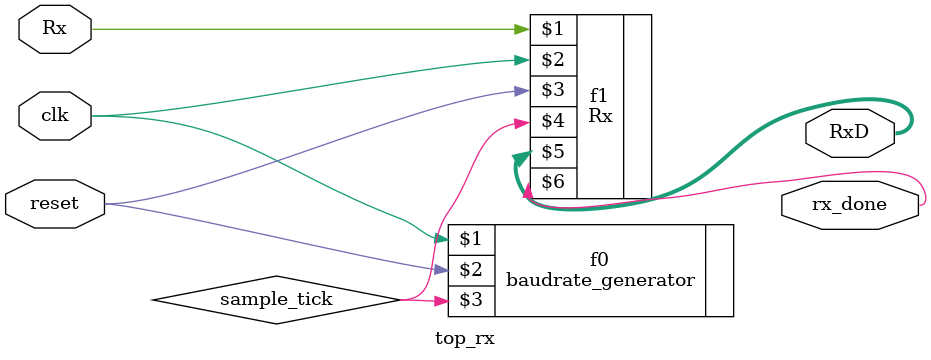
<source format=v>
`timescale 1ns / 1ps

module top_rx(
    input Rx,
    input clk,
    input reset,
    output [7:0]RxD,
    output rx_done
    );
    
    baudrate_generator f0(clk,reset,sample_tick);
    Rx f1(Rx,clk,reset,sample_tick,RxD,rx_done);
endmodule

</source>
